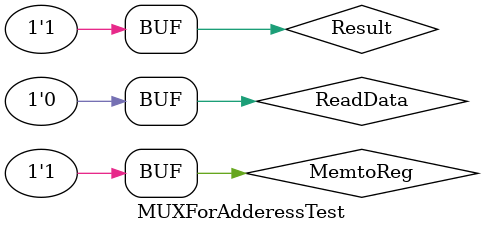
<source format=v>
`timescale 1ns/1ns
`include "MUXForAdderess.v"

module MUXForAdderessTest();
      reg branchTargetAddress;	
	reg [31:0] PcNext, ALUResult;
	
	wire [31:0] PcIn;

      MUXForAdderess MUXForAdderess_inst(
            .branchTargetAddress(branchTargetAddress),
            .PcNext(PcNext),
            .ALUResult(ALUResult),
            .PcIn(PcIn)
      );
            


      initial 
      begin 
            MemtoReg = 1;
            ReadData = 32'h0000_0100;
            Result = 32'h0000_0101;
            
            #20;
      end

      initial begin

        $dumpfile("MUXAfterDataMemoryTest.vcd");
        $dumpvars(0,MUXAfterDataMemoryTest);  

      end


endmodule
</source>
